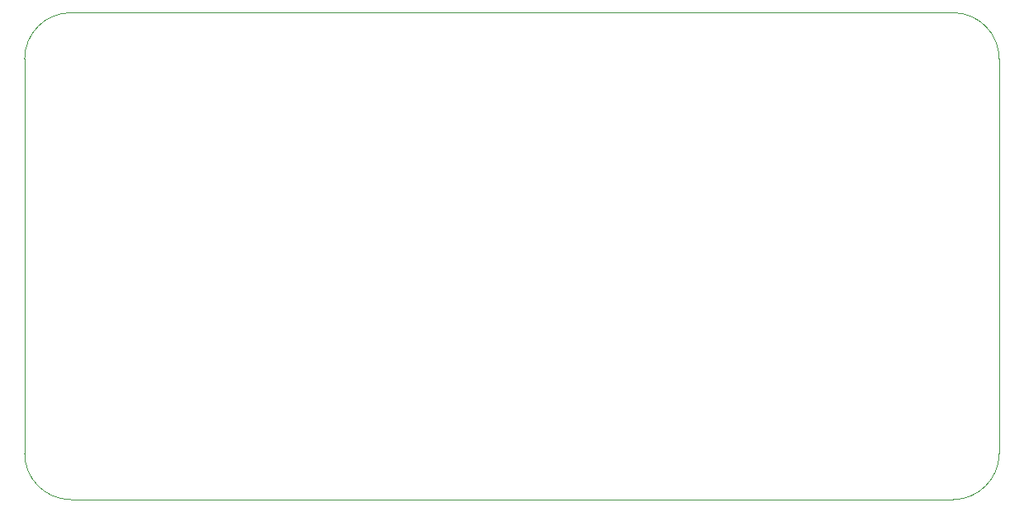
<source format=gbr>
G04 #@! TF.GenerationSoftware,KiCad,Pcbnew,(5.1.2-1)-1*
G04 #@! TF.CreationDate,2019-11-25T00:11:11+01:00*
G04 #@! TF.ProjectId,CCLoad,43434c6f-6164-42e6-9b69-6361645f7063,rev?*
G04 #@! TF.SameCoordinates,Original*
G04 #@! TF.FileFunction,Profile,NP*
%FSLAX46Y46*%
G04 Gerber Fmt 4.6, Leading zero omitted, Abs format (unit mm)*
G04 Created by KiCad (PCBNEW (5.1.2-1)-1) date 2019-11-25 00:11:11*
%MOMM*%
%LPD*%
G04 APERTURE LIST*
%ADD10C,0.050000*%
G04 APERTURE END LIST*
D10*
X201580000Y-122840000D02*
X201580000Y-82340000D01*
X106330000Y-127590000D02*
X196830000Y-127590000D01*
X101580000Y-82340000D02*
X101580000Y-122840000D01*
X196830000Y-77590000D02*
X106330000Y-77590000D01*
X106330000Y-127590000D02*
G75*
G02X101580000Y-122840000I0J4750000D01*
G01*
X196830000Y-127590000D02*
G75*
G03X201580000Y-122840000I0J4750000D01*
G01*
X201580000Y-82340000D02*
G75*
G03X196830000Y-77590000I-4750000J0D01*
G01*
X101580000Y-82340000D02*
G75*
G02X106330000Y-77590000I4750000J0D01*
G01*
M02*

</source>
